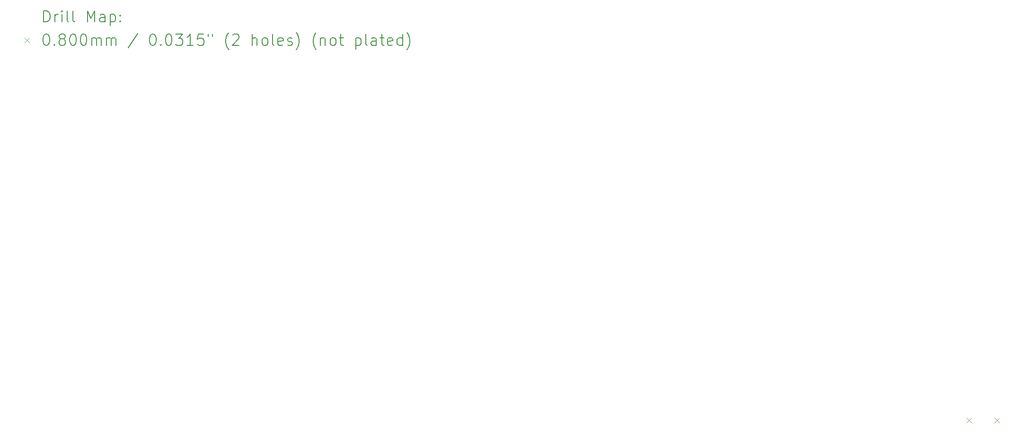
<source format=gbr>
%TF.GenerationSoftware,KiCad,Pcbnew,8.0.4*%
%TF.CreationDate,2024-09-29T16:25:58+07:00*%
%TF.ProjectId,Schematic_editted,53636865-6d61-4746-9963-5f6564697474,rev?*%
%TF.SameCoordinates,Original*%
%TF.FileFunction,Drillmap*%
%TF.FilePolarity,Positive*%
%FSLAX45Y45*%
G04 Gerber Fmt 4.5, Leading zero omitted, Abs format (unit mm)*
G04 Created by KiCad (PCBNEW 8.0.4) date 2024-09-29 16:25:58*
%MOMM*%
%LPD*%
G01*
G04 APERTURE LIST*
%ADD10C,0.200000*%
%ADD11C,0.100000*%
G04 APERTURE END LIST*
D10*
D11*
X16779100Y-7406000D02*
X16859100Y-7486000D01*
X16859100Y-7406000D02*
X16779100Y-7486000D01*
X17279100Y-7406000D02*
X17359100Y-7486000D01*
X17359100Y-7406000D02*
X17279100Y-7486000D01*
D10*
X260777Y-311484D02*
X260777Y-111484D01*
X260777Y-111484D02*
X308396Y-111484D01*
X308396Y-111484D02*
X336967Y-121008D01*
X336967Y-121008D02*
X356015Y-140055D01*
X356015Y-140055D02*
X365539Y-159103D01*
X365539Y-159103D02*
X375062Y-197198D01*
X375062Y-197198D02*
X375062Y-225769D01*
X375062Y-225769D02*
X365539Y-263865D01*
X365539Y-263865D02*
X356015Y-282912D01*
X356015Y-282912D02*
X336967Y-301960D01*
X336967Y-301960D02*
X308396Y-311484D01*
X308396Y-311484D02*
X260777Y-311484D01*
X460777Y-311484D02*
X460777Y-178150D01*
X460777Y-216246D02*
X470301Y-197198D01*
X470301Y-197198D02*
X479824Y-187674D01*
X479824Y-187674D02*
X498872Y-178150D01*
X498872Y-178150D02*
X517920Y-178150D01*
X584586Y-311484D02*
X584586Y-178150D01*
X584586Y-111484D02*
X575063Y-121008D01*
X575063Y-121008D02*
X584586Y-130531D01*
X584586Y-130531D02*
X594110Y-121008D01*
X594110Y-121008D02*
X584586Y-111484D01*
X584586Y-111484D02*
X584586Y-130531D01*
X708396Y-311484D02*
X689348Y-301960D01*
X689348Y-301960D02*
X679824Y-282912D01*
X679824Y-282912D02*
X679824Y-111484D01*
X813158Y-311484D02*
X794110Y-301960D01*
X794110Y-301960D02*
X784586Y-282912D01*
X784586Y-282912D02*
X784586Y-111484D01*
X1041729Y-311484D02*
X1041729Y-111484D01*
X1041729Y-111484D02*
X1108396Y-254341D01*
X1108396Y-254341D02*
X1175063Y-111484D01*
X1175063Y-111484D02*
X1175063Y-311484D01*
X1356015Y-311484D02*
X1356015Y-206722D01*
X1356015Y-206722D02*
X1346491Y-187674D01*
X1346491Y-187674D02*
X1327444Y-178150D01*
X1327444Y-178150D02*
X1289348Y-178150D01*
X1289348Y-178150D02*
X1270301Y-187674D01*
X1356015Y-301960D02*
X1336967Y-311484D01*
X1336967Y-311484D02*
X1289348Y-311484D01*
X1289348Y-311484D02*
X1270301Y-301960D01*
X1270301Y-301960D02*
X1260777Y-282912D01*
X1260777Y-282912D02*
X1260777Y-263865D01*
X1260777Y-263865D02*
X1270301Y-244817D01*
X1270301Y-244817D02*
X1289348Y-235293D01*
X1289348Y-235293D02*
X1336967Y-235293D01*
X1336967Y-235293D02*
X1356015Y-225769D01*
X1451253Y-178150D02*
X1451253Y-378150D01*
X1451253Y-187674D02*
X1470301Y-178150D01*
X1470301Y-178150D02*
X1508396Y-178150D01*
X1508396Y-178150D02*
X1527443Y-187674D01*
X1527443Y-187674D02*
X1536967Y-197198D01*
X1536967Y-197198D02*
X1546491Y-216246D01*
X1546491Y-216246D02*
X1546491Y-273389D01*
X1546491Y-273389D02*
X1536967Y-292436D01*
X1536967Y-292436D02*
X1527443Y-301960D01*
X1527443Y-301960D02*
X1508396Y-311484D01*
X1508396Y-311484D02*
X1470301Y-311484D01*
X1470301Y-311484D02*
X1451253Y-301960D01*
X1632205Y-292436D02*
X1641729Y-301960D01*
X1641729Y-301960D02*
X1632205Y-311484D01*
X1632205Y-311484D02*
X1622682Y-301960D01*
X1622682Y-301960D02*
X1632205Y-292436D01*
X1632205Y-292436D02*
X1632205Y-311484D01*
X1632205Y-187674D02*
X1641729Y-197198D01*
X1641729Y-197198D02*
X1632205Y-206722D01*
X1632205Y-206722D02*
X1622682Y-197198D01*
X1622682Y-197198D02*
X1632205Y-187674D01*
X1632205Y-187674D02*
X1632205Y-206722D01*
D11*
X-80000Y-600000D02*
X0Y-680000D01*
X0Y-600000D02*
X-80000Y-680000D01*
D10*
X298872Y-531484D02*
X317920Y-531484D01*
X317920Y-531484D02*
X336967Y-541008D01*
X336967Y-541008D02*
X346491Y-550531D01*
X346491Y-550531D02*
X356015Y-569579D01*
X356015Y-569579D02*
X365539Y-607674D01*
X365539Y-607674D02*
X365539Y-655293D01*
X365539Y-655293D02*
X356015Y-693389D01*
X356015Y-693389D02*
X346491Y-712436D01*
X346491Y-712436D02*
X336967Y-721960D01*
X336967Y-721960D02*
X317920Y-731484D01*
X317920Y-731484D02*
X298872Y-731484D01*
X298872Y-731484D02*
X279824Y-721960D01*
X279824Y-721960D02*
X270301Y-712436D01*
X270301Y-712436D02*
X260777Y-693389D01*
X260777Y-693389D02*
X251253Y-655293D01*
X251253Y-655293D02*
X251253Y-607674D01*
X251253Y-607674D02*
X260777Y-569579D01*
X260777Y-569579D02*
X270301Y-550531D01*
X270301Y-550531D02*
X279824Y-541008D01*
X279824Y-541008D02*
X298872Y-531484D01*
X451253Y-712436D02*
X460777Y-721960D01*
X460777Y-721960D02*
X451253Y-731484D01*
X451253Y-731484D02*
X441729Y-721960D01*
X441729Y-721960D02*
X451253Y-712436D01*
X451253Y-712436D02*
X451253Y-731484D01*
X575063Y-617198D02*
X556015Y-607674D01*
X556015Y-607674D02*
X546491Y-598150D01*
X546491Y-598150D02*
X536967Y-579103D01*
X536967Y-579103D02*
X536967Y-569579D01*
X536967Y-569579D02*
X546491Y-550531D01*
X546491Y-550531D02*
X556015Y-541008D01*
X556015Y-541008D02*
X575063Y-531484D01*
X575063Y-531484D02*
X613158Y-531484D01*
X613158Y-531484D02*
X632205Y-541008D01*
X632205Y-541008D02*
X641729Y-550531D01*
X641729Y-550531D02*
X651253Y-569579D01*
X651253Y-569579D02*
X651253Y-579103D01*
X651253Y-579103D02*
X641729Y-598150D01*
X641729Y-598150D02*
X632205Y-607674D01*
X632205Y-607674D02*
X613158Y-617198D01*
X613158Y-617198D02*
X575063Y-617198D01*
X575063Y-617198D02*
X556015Y-626722D01*
X556015Y-626722D02*
X546491Y-636246D01*
X546491Y-636246D02*
X536967Y-655293D01*
X536967Y-655293D02*
X536967Y-693389D01*
X536967Y-693389D02*
X546491Y-712436D01*
X546491Y-712436D02*
X556015Y-721960D01*
X556015Y-721960D02*
X575063Y-731484D01*
X575063Y-731484D02*
X613158Y-731484D01*
X613158Y-731484D02*
X632205Y-721960D01*
X632205Y-721960D02*
X641729Y-712436D01*
X641729Y-712436D02*
X651253Y-693389D01*
X651253Y-693389D02*
X651253Y-655293D01*
X651253Y-655293D02*
X641729Y-636246D01*
X641729Y-636246D02*
X632205Y-626722D01*
X632205Y-626722D02*
X613158Y-617198D01*
X775062Y-531484D02*
X794110Y-531484D01*
X794110Y-531484D02*
X813158Y-541008D01*
X813158Y-541008D02*
X822682Y-550531D01*
X822682Y-550531D02*
X832205Y-569579D01*
X832205Y-569579D02*
X841729Y-607674D01*
X841729Y-607674D02*
X841729Y-655293D01*
X841729Y-655293D02*
X832205Y-693389D01*
X832205Y-693389D02*
X822682Y-712436D01*
X822682Y-712436D02*
X813158Y-721960D01*
X813158Y-721960D02*
X794110Y-731484D01*
X794110Y-731484D02*
X775062Y-731484D01*
X775062Y-731484D02*
X756015Y-721960D01*
X756015Y-721960D02*
X746491Y-712436D01*
X746491Y-712436D02*
X736967Y-693389D01*
X736967Y-693389D02*
X727443Y-655293D01*
X727443Y-655293D02*
X727443Y-607674D01*
X727443Y-607674D02*
X736967Y-569579D01*
X736967Y-569579D02*
X746491Y-550531D01*
X746491Y-550531D02*
X756015Y-541008D01*
X756015Y-541008D02*
X775062Y-531484D01*
X965539Y-531484D02*
X984586Y-531484D01*
X984586Y-531484D02*
X1003634Y-541008D01*
X1003634Y-541008D02*
X1013158Y-550531D01*
X1013158Y-550531D02*
X1022682Y-569579D01*
X1022682Y-569579D02*
X1032205Y-607674D01*
X1032205Y-607674D02*
X1032205Y-655293D01*
X1032205Y-655293D02*
X1022682Y-693389D01*
X1022682Y-693389D02*
X1013158Y-712436D01*
X1013158Y-712436D02*
X1003634Y-721960D01*
X1003634Y-721960D02*
X984586Y-731484D01*
X984586Y-731484D02*
X965539Y-731484D01*
X965539Y-731484D02*
X946491Y-721960D01*
X946491Y-721960D02*
X936967Y-712436D01*
X936967Y-712436D02*
X927443Y-693389D01*
X927443Y-693389D02*
X917920Y-655293D01*
X917920Y-655293D02*
X917920Y-607674D01*
X917920Y-607674D02*
X927443Y-569579D01*
X927443Y-569579D02*
X936967Y-550531D01*
X936967Y-550531D02*
X946491Y-541008D01*
X946491Y-541008D02*
X965539Y-531484D01*
X1117920Y-731484D02*
X1117920Y-598150D01*
X1117920Y-617198D02*
X1127444Y-607674D01*
X1127444Y-607674D02*
X1146491Y-598150D01*
X1146491Y-598150D02*
X1175063Y-598150D01*
X1175063Y-598150D02*
X1194110Y-607674D01*
X1194110Y-607674D02*
X1203634Y-626722D01*
X1203634Y-626722D02*
X1203634Y-731484D01*
X1203634Y-626722D02*
X1213158Y-607674D01*
X1213158Y-607674D02*
X1232205Y-598150D01*
X1232205Y-598150D02*
X1260777Y-598150D01*
X1260777Y-598150D02*
X1279825Y-607674D01*
X1279825Y-607674D02*
X1289348Y-626722D01*
X1289348Y-626722D02*
X1289348Y-731484D01*
X1384586Y-731484D02*
X1384586Y-598150D01*
X1384586Y-617198D02*
X1394110Y-607674D01*
X1394110Y-607674D02*
X1413158Y-598150D01*
X1413158Y-598150D02*
X1441729Y-598150D01*
X1441729Y-598150D02*
X1460777Y-607674D01*
X1460777Y-607674D02*
X1470301Y-626722D01*
X1470301Y-626722D02*
X1470301Y-731484D01*
X1470301Y-626722D02*
X1479824Y-607674D01*
X1479824Y-607674D02*
X1498872Y-598150D01*
X1498872Y-598150D02*
X1527443Y-598150D01*
X1527443Y-598150D02*
X1546491Y-607674D01*
X1546491Y-607674D02*
X1556015Y-626722D01*
X1556015Y-626722D02*
X1556015Y-731484D01*
X1946491Y-521960D02*
X1775063Y-779103D01*
X2203634Y-531484D02*
X2222682Y-531484D01*
X2222682Y-531484D02*
X2241729Y-541008D01*
X2241729Y-541008D02*
X2251253Y-550531D01*
X2251253Y-550531D02*
X2260777Y-569579D01*
X2260777Y-569579D02*
X2270301Y-607674D01*
X2270301Y-607674D02*
X2270301Y-655293D01*
X2270301Y-655293D02*
X2260777Y-693389D01*
X2260777Y-693389D02*
X2251253Y-712436D01*
X2251253Y-712436D02*
X2241729Y-721960D01*
X2241729Y-721960D02*
X2222682Y-731484D01*
X2222682Y-731484D02*
X2203634Y-731484D01*
X2203634Y-731484D02*
X2184587Y-721960D01*
X2184587Y-721960D02*
X2175063Y-712436D01*
X2175063Y-712436D02*
X2165539Y-693389D01*
X2165539Y-693389D02*
X2156015Y-655293D01*
X2156015Y-655293D02*
X2156015Y-607674D01*
X2156015Y-607674D02*
X2165539Y-569579D01*
X2165539Y-569579D02*
X2175063Y-550531D01*
X2175063Y-550531D02*
X2184587Y-541008D01*
X2184587Y-541008D02*
X2203634Y-531484D01*
X2356015Y-712436D02*
X2365539Y-721960D01*
X2365539Y-721960D02*
X2356015Y-731484D01*
X2356015Y-731484D02*
X2346491Y-721960D01*
X2346491Y-721960D02*
X2356015Y-712436D01*
X2356015Y-712436D02*
X2356015Y-731484D01*
X2489348Y-531484D02*
X2508396Y-531484D01*
X2508396Y-531484D02*
X2527444Y-541008D01*
X2527444Y-541008D02*
X2536968Y-550531D01*
X2536968Y-550531D02*
X2546491Y-569579D01*
X2546491Y-569579D02*
X2556015Y-607674D01*
X2556015Y-607674D02*
X2556015Y-655293D01*
X2556015Y-655293D02*
X2546491Y-693389D01*
X2546491Y-693389D02*
X2536968Y-712436D01*
X2536968Y-712436D02*
X2527444Y-721960D01*
X2527444Y-721960D02*
X2508396Y-731484D01*
X2508396Y-731484D02*
X2489348Y-731484D01*
X2489348Y-731484D02*
X2470301Y-721960D01*
X2470301Y-721960D02*
X2460777Y-712436D01*
X2460777Y-712436D02*
X2451253Y-693389D01*
X2451253Y-693389D02*
X2441729Y-655293D01*
X2441729Y-655293D02*
X2441729Y-607674D01*
X2441729Y-607674D02*
X2451253Y-569579D01*
X2451253Y-569579D02*
X2460777Y-550531D01*
X2460777Y-550531D02*
X2470301Y-541008D01*
X2470301Y-541008D02*
X2489348Y-531484D01*
X2622682Y-531484D02*
X2746491Y-531484D01*
X2746491Y-531484D02*
X2679825Y-607674D01*
X2679825Y-607674D02*
X2708396Y-607674D01*
X2708396Y-607674D02*
X2727444Y-617198D01*
X2727444Y-617198D02*
X2736968Y-626722D01*
X2736968Y-626722D02*
X2746491Y-645770D01*
X2746491Y-645770D02*
X2746491Y-693389D01*
X2746491Y-693389D02*
X2736968Y-712436D01*
X2736968Y-712436D02*
X2727444Y-721960D01*
X2727444Y-721960D02*
X2708396Y-731484D01*
X2708396Y-731484D02*
X2651253Y-731484D01*
X2651253Y-731484D02*
X2632206Y-721960D01*
X2632206Y-721960D02*
X2622682Y-712436D01*
X2936967Y-731484D02*
X2822682Y-731484D01*
X2879825Y-731484D02*
X2879825Y-531484D01*
X2879825Y-531484D02*
X2860777Y-560055D01*
X2860777Y-560055D02*
X2841729Y-579103D01*
X2841729Y-579103D02*
X2822682Y-588627D01*
X3117920Y-531484D02*
X3022682Y-531484D01*
X3022682Y-531484D02*
X3013158Y-626722D01*
X3013158Y-626722D02*
X3022682Y-617198D01*
X3022682Y-617198D02*
X3041729Y-607674D01*
X3041729Y-607674D02*
X3089348Y-607674D01*
X3089348Y-607674D02*
X3108396Y-617198D01*
X3108396Y-617198D02*
X3117920Y-626722D01*
X3117920Y-626722D02*
X3127444Y-645770D01*
X3127444Y-645770D02*
X3127444Y-693389D01*
X3127444Y-693389D02*
X3117920Y-712436D01*
X3117920Y-712436D02*
X3108396Y-721960D01*
X3108396Y-721960D02*
X3089348Y-731484D01*
X3089348Y-731484D02*
X3041729Y-731484D01*
X3041729Y-731484D02*
X3022682Y-721960D01*
X3022682Y-721960D02*
X3013158Y-712436D01*
X3203634Y-531484D02*
X3203634Y-569579D01*
X3279825Y-531484D02*
X3279825Y-569579D01*
X3575063Y-807674D02*
X3565539Y-798150D01*
X3565539Y-798150D02*
X3546491Y-769579D01*
X3546491Y-769579D02*
X3536968Y-750531D01*
X3536968Y-750531D02*
X3527444Y-721960D01*
X3527444Y-721960D02*
X3517920Y-674341D01*
X3517920Y-674341D02*
X3517920Y-636246D01*
X3517920Y-636246D02*
X3527444Y-588627D01*
X3527444Y-588627D02*
X3536968Y-560055D01*
X3536968Y-560055D02*
X3546491Y-541008D01*
X3546491Y-541008D02*
X3565539Y-512436D01*
X3565539Y-512436D02*
X3575063Y-502912D01*
X3641729Y-550531D02*
X3651253Y-541008D01*
X3651253Y-541008D02*
X3670301Y-531484D01*
X3670301Y-531484D02*
X3717920Y-531484D01*
X3717920Y-531484D02*
X3736968Y-541008D01*
X3736968Y-541008D02*
X3746491Y-550531D01*
X3746491Y-550531D02*
X3756015Y-569579D01*
X3756015Y-569579D02*
X3756015Y-588627D01*
X3756015Y-588627D02*
X3746491Y-617198D01*
X3746491Y-617198D02*
X3632206Y-731484D01*
X3632206Y-731484D02*
X3756015Y-731484D01*
X3994110Y-731484D02*
X3994110Y-531484D01*
X4079825Y-731484D02*
X4079825Y-626722D01*
X4079825Y-626722D02*
X4070301Y-607674D01*
X4070301Y-607674D02*
X4051253Y-598150D01*
X4051253Y-598150D02*
X4022682Y-598150D01*
X4022682Y-598150D02*
X4003634Y-607674D01*
X4003634Y-607674D02*
X3994110Y-617198D01*
X4203634Y-731484D02*
X4184587Y-721960D01*
X4184587Y-721960D02*
X4175063Y-712436D01*
X4175063Y-712436D02*
X4165539Y-693389D01*
X4165539Y-693389D02*
X4165539Y-636246D01*
X4165539Y-636246D02*
X4175063Y-617198D01*
X4175063Y-617198D02*
X4184587Y-607674D01*
X4184587Y-607674D02*
X4203634Y-598150D01*
X4203634Y-598150D02*
X4232206Y-598150D01*
X4232206Y-598150D02*
X4251253Y-607674D01*
X4251253Y-607674D02*
X4260777Y-617198D01*
X4260777Y-617198D02*
X4270301Y-636246D01*
X4270301Y-636246D02*
X4270301Y-693389D01*
X4270301Y-693389D02*
X4260777Y-712436D01*
X4260777Y-712436D02*
X4251253Y-721960D01*
X4251253Y-721960D02*
X4232206Y-731484D01*
X4232206Y-731484D02*
X4203634Y-731484D01*
X4384587Y-731484D02*
X4365539Y-721960D01*
X4365539Y-721960D02*
X4356015Y-702912D01*
X4356015Y-702912D02*
X4356015Y-531484D01*
X4536968Y-721960D02*
X4517920Y-731484D01*
X4517920Y-731484D02*
X4479825Y-731484D01*
X4479825Y-731484D02*
X4460777Y-721960D01*
X4460777Y-721960D02*
X4451253Y-702912D01*
X4451253Y-702912D02*
X4451253Y-626722D01*
X4451253Y-626722D02*
X4460777Y-607674D01*
X4460777Y-607674D02*
X4479825Y-598150D01*
X4479825Y-598150D02*
X4517920Y-598150D01*
X4517920Y-598150D02*
X4536968Y-607674D01*
X4536968Y-607674D02*
X4546492Y-626722D01*
X4546492Y-626722D02*
X4546492Y-645770D01*
X4546492Y-645770D02*
X4451253Y-664817D01*
X4622682Y-721960D02*
X4641730Y-731484D01*
X4641730Y-731484D02*
X4679825Y-731484D01*
X4679825Y-731484D02*
X4698873Y-721960D01*
X4698873Y-721960D02*
X4708396Y-702912D01*
X4708396Y-702912D02*
X4708396Y-693389D01*
X4708396Y-693389D02*
X4698873Y-674341D01*
X4698873Y-674341D02*
X4679825Y-664817D01*
X4679825Y-664817D02*
X4651253Y-664817D01*
X4651253Y-664817D02*
X4632206Y-655293D01*
X4632206Y-655293D02*
X4622682Y-636246D01*
X4622682Y-636246D02*
X4622682Y-626722D01*
X4622682Y-626722D02*
X4632206Y-607674D01*
X4632206Y-607674D02*
X4651253Y-598150D01*
X4651253Y-598150D02*
X4679825Y-598150D01*
X4679825Y-598150D02*
X4698873Y-607674D01*
X4775063Y-807674D02*
X4784587Y-798150D01*
X4784587Y-798150D02*
X4803634Y-769579D01*
X4803634Y-769579D02*
X4813158Y-750531D01*
X4813158Y-750531D02*
X4822682Y-721960D01*
X4822682Y-721960D02*
X4832206Y-674341D01*
X4832206Y-674341D02*
X4832206Y-636246D01*
X4832206Y-636246D02*
X4822682Y-588627D01*
X4822682Y-588627D02*
X4813158Y-560055D01*
X4813158Y-560055D02*
X4803634Y-541008D01*
X4803634Y-541008D02*
X4784587Y-512436D01*
X4784587Y-512436D02*
X4775063Y-502912D01*
X5136968Y-807674D02*
X5127444Y-798150D01*
X5127444Y-798150D02*
X5108396Y-769579D01*
X5108396Y-769579D02*
X5098873Y-750531D01*
X5098873Y-750531D02*
X5089349Y-721960D01*
X5089349Y-721960D02*
X5079825Y-674341D01*
X5079825Y-674341D02*
X5079825Y-636246D01*
X5079825Y-636246D02*
X5089349Y-588627D01*
X5089349Y-588627D02*
X5098873Y-560055D01*
X5098873Y-560055D02*
X5108396Y-541008D01*
X5108396Y-541008D02*
X5127444Y-512436D01*
X5127444Y-512436D02*
X5136968Y-502912D01*
X5213158Y-598150D02*
X5213158Y-731484D01*
X5213158Y-617198D02*
X5222682Y-607674D01*
X5222682Y-607674D02*
X5241730Y-598150D01*
X5241730Y-598150D02*
X5270301Y-598150D01*
X5270301Y-598150D02*
X5289349Y-607674D01*
X5289349Y-607674D02*
X5298873Y-626722D01*
X5298873Y-626722D02*
X5298873Y-731484D01*
X5422682Y-731484D02*
X5403634Y-721960D01*
X5403634Y-721960D02*
X5394111Y-712436D01*
X5394111Y-712436D02*
X5384587Y-693389D01*
X5384587Y-693389D02*
X5384587Y-636246D01*
X5384587Y-636246D02*
X5394111Y-617198D01*
X5394111Y-617198D02*
X5403634Y-607674D01*
X5403634Y-607674D02*
X5422682Y-598150D01*
X5422682Y-598150D02*
X5451254Y-598150D01*
X5451254Y-598150D02*
X5470301Y-607674D01*
X5470301Y-607674D02*
X5479825Y-617198D01*
X5479825Y-617198D02*
X5489349Y-636246D01*
X5489349Y-636246D02*
X5489349Y-693389D01*
X5489349Y-693389D02*
X5479825Y-712436D01*
X5479825Y-712436D02*
X5470301Y-721960D01*
X5470301Y-721960D02*
X5451254Y-731484D01*
X5451254Y-731484D02*
X5422682Y-731484D01*
X5546492Y-598150D02*
X5622682Y-598150D01*
X5575063Y-531484D02*
X5575063Y-702912D01*
X5575063Y-702912D02*
X5584587Y-721960D01*
X5584587Y-721960D02*
X5603634Y-731484D01*
X5603634Y-731484D02*
X5622682Y-731484D01*
X5841730Y-598150D02*
X5841730Y-798150D01*
X5841730Y-607674D02*
X5860777Y-598150D01*
X5860777Y-598150D02*
X5898873Y-598150D01*
X5898873Y-598150D02*
X5917920Y-607674D01*
X5917920Y-607674D02*
X5927444Y-617198D01*
X5927444Y-617198D02*
X5936968Y-636246D01*
X5936968Y-636246D02*
X5936968Y-693389D01*
X5936968Y-693389D02*
X5927444Y-712436D01*
X5927444Y-712436D02*
X5917920Y-721960D01*
X5917920Y-721960D02*
X5898873Y-731484D01*
X5898873Y-731484D02*
X5860777Y-731484D01*
X5860777Y-731484D02*
X5841730Y-721960D01*
X6051253Y-731484D02*
X6032206Y-721960D01*
X6032206Y-721960D02*
X6022682Y-702912D01*
X6022682Y-702912D02*
X6022682Y-531484D01*
X6213158Y-731484D02*
X6213158Y-626722D01*
X6213158Y-626722D02*
X6203634Y-607674D01*
X6203634Y-607674D02*
X6184587Y-598150D01*
X6184587Y-598150D02*
X6146492Y-598150D01*
X6146492Y-598150D02*
X6127444Y-607674D01*
X6213158Y-721960D02*
X6194111Y-731484D01*
X6194111Y-731484D02*
X6146492Y-731484D01*
X6146492Y-731484D02*
X6127444Y-721960D01*
X6127444Y-721960D02*
X6117920Y-702912D01*
X6117920Y-702912D02*
X6117920Y-683865D01*
X6117920Y-683865D02*
X6127444Y-664817D01*
X6127444Y-664817D02*
X6146492Y-655293D01*
X6146492Y-655293D02*
X6194111Y-655293D01*
X6194111Y-655293D02*
X6213158Y-645770D01*
X6279825Y-598150D02*
X6356015Y-598150D01*
X6308396Y-531484D02*
X6308396Y-702912D01*
X6308396Y-702912D02*
X6317920Y-721960D01*
X6317920Y-721960D02*
X6336968Y-731484D01*
X6336968Y-731484D02*
X6356015Y-731484D01*
X6498873Y-721960D02*
X6479825Y-731484D01*
X6479825Y-731484D02*
X6441730Y-731484D01*
X6441730Y-731484D02*
X6422682Y-721960D01*
X6422682Y-721960D02*
X6413158Y-702912D01*
X6413158Y-702912D02*
X6413158Y-626722D01*
X6413158Y-626722D02*
X6422682Y-607674D01*
X6422682Y-607674D02*
X6441730Y-598150D01*
X6441730Y-598150D02*
X6479825Y-598150D01*
X6479825Y-598150D02*
X6498873Y-607674D01*
X6498873Y-607674D02*
X6508396Y-626722D01*
X6508396Y-626722D02*
X6508396Y-645770D01*
X6508396Y-645770D02*
X6413158Y-664817D01*
X6679825Y-731484D02*
X6679825Y-531484D01*
X6679825Y-721960D02*
X6660777Y-731484D01*
X6660777Y-731484D02*
X6622682Y-731484D01*
X6622682Y-731484D02*
X6603634Y-721960D01*
X6603634Y-721960D02*
X6594111Y-712436D01*
X6594111Y-712436D02*
X6584587Y-693389D01*
X6584587Y-693389D02*
X6584587Y-636246D01*
X6584587Y-636246D02*
X6594111Y-617198D01*
X6594111Y-617198D02*
X6603634Y-607674D01*
X6603634Y-607674D02*
X6622682Y-598150D01*
X6622682Y-598150D02*
X6660777Y-598150D01*
X6660777Y-598150D02*
X6679825Y-607674D01*
X6756015Y-807674D02*
X6765539Y-798150D01*
X6765539Y-798150D02*
X6784587Y-769579D01*
X6784587Y-769579D02*
X6794111Y-750531D01*
X6794111Y-750531D02*
X6803634Y-721960D01*
X6803634Y-721960D02*
X6813158Y-674341D01*
X6813158Y-674341D02*
X6813158Y-636246D01*
X6813158Y-636246D02*
X6803634Y-588627D01*
X6803634Y-588627D02*
X6794111Y-560055D01*
X6794111Y-560055D02*
X6784587Y-541008D01*
X6784587Y-541008D02*
X6765539Y-512436D01*
X6765539Y-512436D02*
X6756015Y-502912D01*
M02*

</source>
